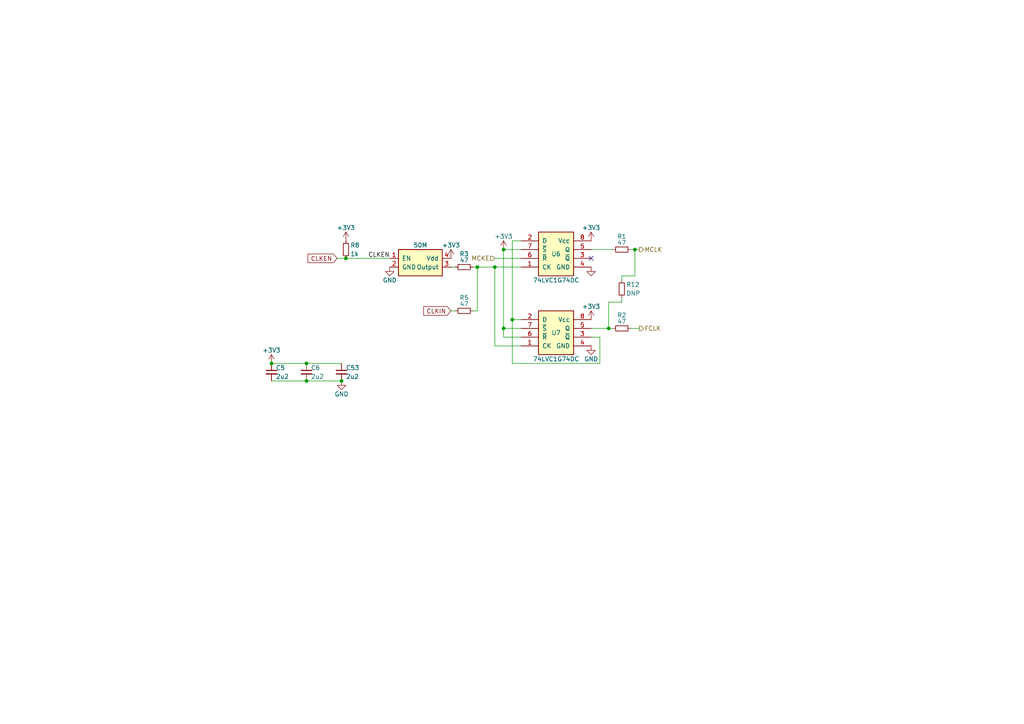
<source format=kicad_sch>
(kicad_sch (version 20231120) (generator "eeschema") (generator_version "8.0")
  (paper "A4")
  (title_block (title "WarpSE (GW4410A)") (date "2024-04-23") (rev "1.0") (company "Garrett's Workshop"))
  (lib_symbols
    (symbol "Device:C_Small" (pin_numbers hide) (pin_names (offset 0.254) hide)
      (property "Reference" "C" (at 0.254 1.778 0))
      (property "Value" "C_Small" (at 0.254 -2.032 0))
      (symbol "C_Small_0_1"
        (polyline (pts (xy -1.524 -0.508) (xy 1.524 -0.508)) (stroke (width 0.3302)))
        (polyline (pts (xy -1.524 0.508) (xy 1.524 0.508)) (stroke (width 0.3048)))
      )
      (symbol "C_Small_1_1"
        (pin passive line (at 0 2.54 270) (length 2.032) (name "~") (number "1"))
        (pin passive line (at 0 -2.54 90) (length 2.032) (name "~") (number "2"))
      )
    )
    (symbol "Device:R_Small" (pin_numbers hide) (pin_names (offset 0.254) hide)
      (property "Reference" "R" (at 0.762 0.508 0))
      (property "Value" "R_Small" (at 0.762 -1.016 0))
      (symbol "R_Small_0_1"
        (rectangle (start -0.762 1.778) (end 0.762 -1.778) (stroke (width 0.2032)))
      )
      (symbol "R_Small_1_1"
        (pin passive line (at 0 2.54 270) (length 0.762) (name "~") (number "1"))
        (pin passive line (at 0 -2.54 90) (length 0.762) (name "~") (number "2"))
      )
    )
    (symbol "GW_Logic:741G74DC" (pin_names (offset 1.016))
      (property "Reference" "U" (at 0 7.62 0))
      (property "Value" "741G74DC" (at 0 -7.62 0))
      (symbol "741G74DC_0_1"
        (rectangle (start 5.08 -6.35) (end -5.08 6.35) (stroke (width 0.254)) (fill (type background)))
      )
      (symbol "741G74DC_1_1"
        (pin input line (at -10.16 -3.81 0) (length 5.08) (name "CK") (number "1"))
        (pin input line (at -10.16 3.81 0) (length 5.08) (name "D") (number "2"))
        (pin output line (at 10.16 -1.27 180) (length 5.08) (name "~{Q}") (number "3"))
        (pin power_in line (at 10.16 -3.81 180) (length 5.08) (name "GND") (number "4"))
        (pin output line (at 10.16 1.27 180) (length 5.08) (name "Q") (number "5"))
        (pin input line (at -10.16 -1.27 0) (length 5.08) (name "~{R}") (number "6"))
        (pin input line (at -10.16 1.27 0) (length 5.08) (name "~{S}") (number "7"))
        (pin power_in line (at 10.16 3.81 180) (length 5.08) (name "Vcc") (number "8"))
      )
    )
    (symbol "GW_Logic:Oscillator_4P" (pin_names (offset 1.016))
      (property "Reference" "U" (at 0 6.35 0))
      (property "Value" "Oscillator_4P" (at 0 -3.81 0))
      (symbol "Oscillator_4P_0_1"
        (rectangle (start -6.35 5.08) (end 6.35 -2.54) (stroke (width 0.254)) (fill (type background)))
      )
      (symbol "Oscillator_4P_1_1"
        (pin input line (at -8.89 2.54 0) (length 2.54) (name "EN") (number "1"))
        (pin power_in line (at -8.89 0 0) (length 2.54) (name "GND") (number "2"))
        (pin output line (at 8.89 0 180) (length 2.54) (name "Output") (number "3"))
        (pin power_in line (at 8.89 2.54 180) (length 2.54) (name "Vdd") (number "4"))
      )
    )
    (symbol "power:+3V3" (power) (pin_names (offset 0))
      (property "Value" "+3V3" (at 0 3.556 0))
      (symbol "+3V3_0_1"
        (polyline (pts (xy -0.762 1.27) (xy 0 2.54)))
        (polyline (pts (xy 0 0) (xy 0 2.54)))
        (polyline (pts (xy 0 2.54) (xy 0.762 1.27)))
      )
      (symbol "+3V3_1_1"
        (pin power_in line (at 0 0 90) (length 0) hide (name "+3V3") (number "1"))
      )
    )
    (symbol "power:GND" (power) (pin_names (offset 0))
      (property "Value" "GND" (at 0 -3.81 0))
      (symbol "GND_0_1"
        (polyline (pts (xy 0 0) (xy 0 -1.27) (xy 1.27 -1.27) (xy 0 -2.54) (xy -1.27 -1.27) (xy 0 -1.27)))
      )
      (symbol "GND_1_1"
        (pin power_in line (at 0 0 270) (length 0) hide (name "GND") (number "1"))
      )
    )
  )
  (junction (at 138.43 77.47))
  (junction (at 88.9 105.41))
  (junction (at 146.05 95.25))
  (junction (at 184.15 72.39))
  (junction (at 148.59 92.71))
  (junction (at 143.51 77.47))
  (junction (at 176.53 95.25))
  (junction (at 100.33 74.93))
  (junction (at 146.05 72.39))
  (junction (at 99.06 110.49))
  (junction (at 88.9 110.49))
  (junction (at 78.74 105.41))
  (no_connect (at 171.45 74.93))
  (wire (pts (xy 177.8 72.39) (xy 171.45 72.39)))
  (wire (pts (xy 173.99 105.41) (xy 148.59 105.41)))
  (wire (pts (xy 143.51 100.33) (xy 151.13 100.33)))
  (wire (pts (xy 171.45 95.25) (xy 176.53 95.25)))
  (wire (pts (xy 143.51 74.93) (xy 151.13 74.93)))
  (wire (pts (xy 78.74 110.49) (xy 88.9 110.49)))
  (wire (pts (xy 180.34 80.01) (xy 184.15 80.01)))
  (wire (pts (xy 173.99 97.79) (xy 173.99 105.41)))
  (wire (pts (xy 180.34 87.63) (xy 180.34 86.36)))
  (wire (pts (xy 173.99 97.79) (xy 171.45 97.79)))
  (wire (pts (xy 146.05 97.79) (xy 146.05 95.25)))
  (wire (pts (xy 151.13 69.85) (xy 148.59 69.85)))
  (wire (pts (xy 146.05 72.39) (xy 146.05 95.25)))
  (wire (pts (xy 184.15 72.39) (xy 185.42 72.39)))
  (wire (pts (xy 148.59 92.71) (xy 151.13 92.71)))
  (wire (pts (xy 146.05 72.39) (xy 151.13 72.39)))
  (wire (pts (xy 138.43 77.47) (xy 143.51 77.47)))
  (wire (pts (xy 138.43 90.17) (xy 137.16 90.17)))
  (wire (pts (xy 97.79 74.93) (xy 100.33 74.93)))
  (wire (pts (xy 130.81 90.17) (xy 132.08 90.17)))
  (wire (pts (xy 88.9 110.49) (xy 99.06 110.49)))
  (wire (pts (xy 180.34 80.01) (xy 180.34 81.28)))
  (wire (pts (xy 176.53 95.25) (xy 177.8 95.25)))
  (wire (pts (xy 176.53 87.63) (xy 176.53 95.25)))
  (wire (pts (xy 78.74 105.41) (xy 88.9 105.41)))
  (wire (pts (xy 176.53 87.63) (xy 180.34 87.63)))
  (wire (pts (xy 146.05 97.79) (xy 151.13 97.79)))
  (wire (pts (xy 88.9 105.41) (xy 99.06 105.41)))
  (wire (pts (xy 182.88 95.25) (xy 185.42 95.25)))
  (wire (pts (xy 138.43 77.47) (xy 138.43 90.17)))
  (wire (pts (xy 182.88 72.39) (xy 184.15 72.39)))
  (wire (pts (xy 143.51 77.47) (xy 151.13 77.47)))
  (wire (pts (xy 143.51 77.47) (xy 143.51 100.33)))
  (wire (pts (xy 146.05 95.25) (xy 151.13 95.25)))
  (wire (pts (xy 184.15 72.39) (xy 184.15 80.01)))
  (wire (pts (xy 148.59 105.41) (xy 148.59 92.71)))
  (wire (pts (xy 148.59 69.85) (xy 148.59 92.71)))
  (wire (pts (xy 132.08 77.47) (xy 130.81 77.47)))
  (wire (pts (xy 137.16 77.47) (xy 138.43 77.47)))
  (wire (pts (xy 100.33 74.93) (xy 113.03 74.93)))
  (label "CLKEN" (at 113.03 74.93 180))
  (global_label "CLKIN" (shape input) (at 130.81 90.17 180) (property "Intersheetrefs" "${INTERSHEET_REFS}" (effects (hide yes))))
  (global_label "CLKEN" (shape input) (at 97.79 74.93 180) (property "Intersheetrefs" "${INTERSHEET_REFS}" (effects (hide yes))))
  (hierarchical_label "MCKE" (shape input) (at 143.51 74.93 180))
  (hierarchical_label "FCLK" (shape output) (at 185.42 95.25 0))
  (hierarchical_label "MCLK" (shape output) (at 185.42 72.39 0))
  (symbol (lib_id "Device:C_Small") (at 78.74 107.95 0) (unit 1)
    (property "Reference" "C5" (at 80.01 106.68 0) (effects (justify left)))
    (property "Value" "2u2" (at 80.01 109.22 0) (effects (justify left)))
    (property "Footprint" "stdpads:C_0603" (effects (hide yes)))
    (property "LCSC Part" "C23630" (effects (hide yes)))
  )
  (symbol (lib_id "power:+3V3") (at 78.74 105.41 0) (unit 1)
    (property "Reference" "#PWR0122" (effects (hide yes)))
    (property "Value" "+3V3" (at 78.74 101.6 0))
  )
  (symbol (lib_id "Device:C_Small") (at 88.9 107.95 0) (unit 1)
    (property "Reference" "C6" (at 90.17 106.68 0) (effects (justify left)))
    (property "Value" "2u2" (at 90.17 109.22 0) (effects (justify left)))
    (property "Footprint" "stdpads:C_0603" (effects (hide yes)))
    (property "LCSC Part" "C23630" (effects (hide yes)))
  )
  (symbol (lib_id "Device:R_Small") (at 180.34 72.39 270) (unit 1)
    (property "Reference" "R1" (at 180.34 68.58 90))
    (property "Value" "47" (at 180.34 71.12 90) (effects (justify bottom)))
    (property "Footprint" "stdpads:R_0603" (effects (hide yes)))
    (property "LCSC Part" "C23182" (effects (hide yes)))
  )
  (symbol (lib_id "Device:R_Small") (at 180.34 95.25 270) (unit 1)
    (property "Reference" "R2" (at 180.34 91.44 90))
    (property "Value" "47" (at 180.34 93.98 90) (effects (justify bottom)))
    (property "Footprint" "stdpads:R_0603" (effects (hide yes)))
    (property "LCSC Part" "C23182" (effects (hide yes)))
  )
  (symbol (lib_id "power:GND") (at 113.03 77.47 0) (mirror y) (unit 1)
    (property "Reference" "#PWR0114" (effects (hide yes)))
    (property "Value" "GND" (at 113.03 81.28 0))
  )
  (symbol (lib_id "power:+3V3") (at 130.81 74.93 0) (mirror y) (unit 1)
    (property "Reference" "#PWR0116" (effects (hide yes)))
    (property "Value" "+3V3" (at 130.81 71.12 0))
  )
  (symbol (lib_id "GW_Logic:Oscillator_4P") (at 121.92 77.47 0) (unit 1)
    (property "Reference" "U5" (effects (hide yes)))
    (property "Value" "50M" (at 121.92 71.12 0))
    (property "Footprint" "stdpads:Crystal_SMD_3225-4Pin_3.2x2.5mm" (effects (hide yes)))
    (property "LCSC Part" "C717684" (effects (hide yes)))
  )
  (symbol (lib_id "GW_Logic:741G74DC") (at 161.29 96.52 0) (unit 1)
    (property "Reference" "U7" (at 161.29 96.52 0))
    (property "Value" "74LVC1G74DC" (at 161.29 104.14 0))
    (property "Footprint" "stdpads:NXP_VSSOP-8_2.3x2mm" (effects (hide yes)))
    (property "LCSC Part" "C503431" (effects (hide yes)))
  )
  (symbol (lib_id "Device:C_Small") (at 99.06 107.95 0) (unit 1)
    (property "Reference" "C53" (at 100.33 106.68 0) (effects (justify left)))
    (property "Value" "2u2" (at 100.33 109.22 0) (effects (justify left)))
    (property "Footprint" "stdpads:C_0603" (effects (hide yes)))
    (property "LCSC Part" "C23630" (effects (hide yes)))
  )
  (symbol (lib_id "power:+3V3") (at 100.33 69.85 0) (unit 1)
    (property "Reference" "#PWR09" (effects (hide yes)))
    (property "Value" "+3V3" (at 100.33 66.04 0))
  )
  (symbol (lib_id "Device:R_Small") (at 180.34 83.82 180) (unit 1)
    (property "Reference" "R12" (at 181.61 82.55 0) (effects (justify right)))
    (property "Value" "DNP" (at 181.61 85.09 0) (effects (justify right)))
    (property "Footprint" "stdpads:R_0603" (effects (hide yes)))
  )
  (symbol (lib_id "power:GND") (at 171.45 100.33 0) (unit 1)
    (property "Reference" "#PWR03" (effects (hide yes)))
    (property "Value" "GND" (at 171.45 104.14 0))
  )
  (symbol (lib_id "power:GND") (at 171.45 77.47 0) (unit 1)
    (property "Reference" "#PWR01" (effects (hide yes)))
    (property "Value" "GND" (effects (hide yes)))
  )
  (symbol (lib_id "power:+3V3") (at 171.45 92.71 0) (unit 1)
    (property "Reference" "#PWR011" (effects (hide yes)))
    (property "Value" "+3V3" (at 171.45 88.9 0))
  )
  (symbol (lib_id "GW_Logic:741G74DC") (at 161.29 73.66 0) (unit 1)
    (property "Reference" "U6" (at 161.29 73.66 0))
    (property "Value" "74LVC1G74DC" (at 161.29 81.28 0))
    (property "Footprint" "stdpads:NXP_VSSOP-8_2.3x2mm" (effects (hide yes)))
    (property "LCSC Part" "C503431" (effects (hide yes)))
  )
  (symbol (lib_id "power:GND") (at 99.06 110.49 0) (mirror y) (unit 1)
    (property "Reference" "#PWR015" (effects (hide yes)))
    (property "Value" "GND" (at 99.06 114.3 0))
  )
  (symbol (lib_id "Device:R_Small") (at 134.62 77.47 270) (unit 1)
    (property "Reference" "R3" (at 134.62 73.66 90))
    (property "Value" "47" (at 134.62 76.2 90) (effects (justify bottom)))
    (property "Footprint" "stdpads:R_0603" (effects (hide yes)))
    (property "LCSC Part" "C23182" (effects (hide yes)))
  )
  (symbol (lib_id "power:+3V3") (at 146.05 72.39 0) (unit 1)
    (property "Reference" "#PWR012" (effects (hide yes)))
    (property "Value" "+3V3" (at 146.05 68.58 0))
  )
  (symbol (lib_id "Device:R_Small") (at 100.33 72.39 180) (unit 1)
    (property "Reference" "R8" (at 101.6 71.12 0) (effects (justify right)))
    (property "Value" "1k" (at 101.6 73.66 0) (effects (justify right)))
    (property "Footprint" "stdpads:R_0603" (effects (hide yes)))
    (property "LCSC Part" "C21190" (effects (hide yes)))
  )
  (symbol (lib_id "Device:R_Small") (at 134.62 90.17 270) (unit 1)
    (property "Reference" "R5" (at 134.62 86.36 90))
    (property "Value" "47" (at 134.62 88.9 90) (effects (justify bottom)))
    (property "Footprint" "stdpads:R_0603" (effects (hide yes)))
    (property "LCSC Part" "C23182" (effects (hide yes)))
  )
  (symbol (lib_id "power:+3V3") (at 171.45 69.85 0) (unit 1)
    (property "Reference" "#PWR05" (effects (hide yes)))
    (property "Value" "+3V3" (at 171.45 66.04 0))
  )
)
</source>
